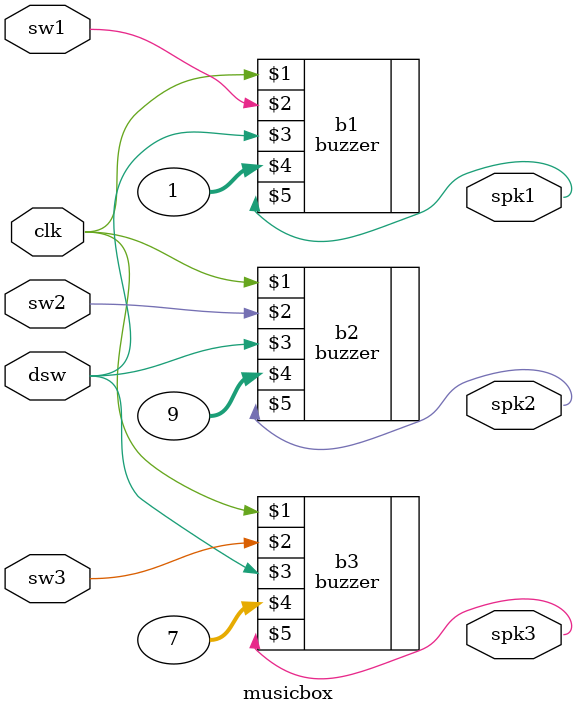
<source format=v>
module musicbox(clk, sw1, sw2, sw3, dsw, spk1, spk2, spk3);

input clk, sw1, sw2, sw3, dsw;
output spk1, spk2, spk3;

parameter hundred = 1, ten = 9, digit = 7; // the last 3-digits of my student id is 197

buzzer b1(clk, sw1, dsw, hundred, spk1);
buzzer b2(clk, sw2, dsw, ten, spk2);
buzzer b3(clk, sw3, dsw, digit, spk3);

endmodule
</source>
